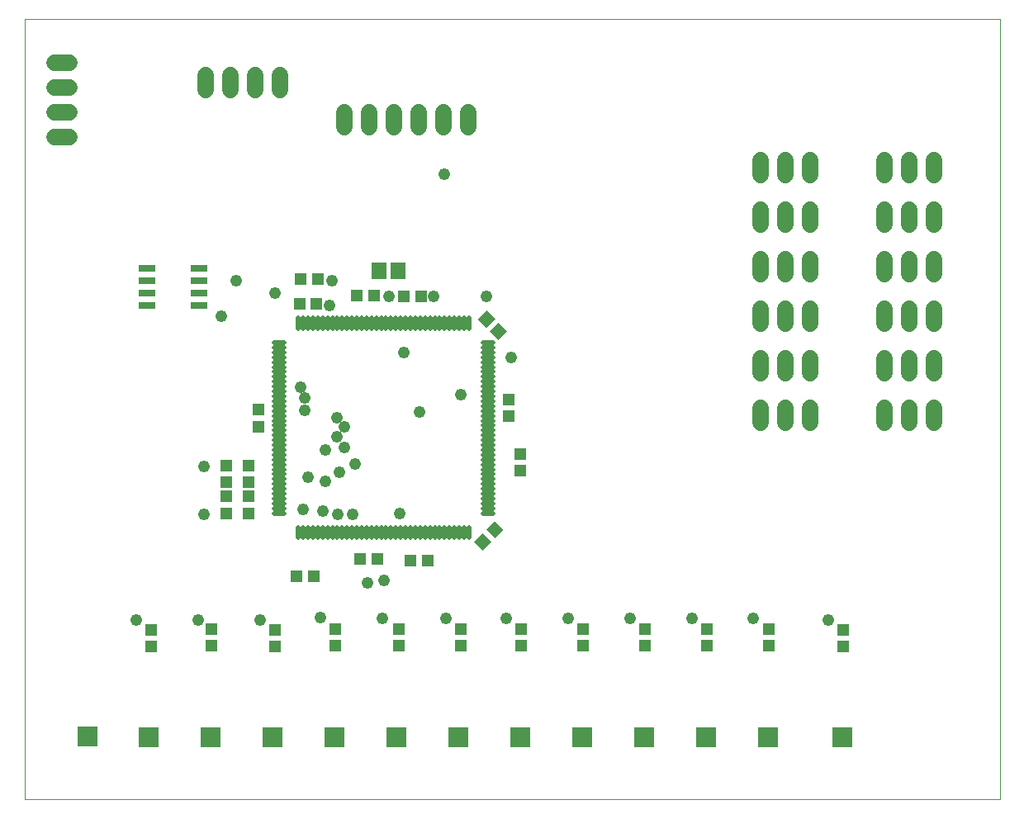
<source format=gts>
G75*
%MOIN*%
%OFA0B0*%
%FSLAX25Y25*%
%IPPOS*%
%LPD*%
%AMOC8*
5,1,8,0,0,1.08239X$1,22.5*
%
%ADD10C,0.00000*%
%ADD11C,0.01942*%
%ADD12R,0.04934X0.05052*%
%ADD13R,0.05052X0.04934*%
%ADD14R,0.05918X0.07099*%
%ADD15R,0.07099X0.03162*%
%ADD16C,0.06737*%
%ADD17C,0.06800*%
%ADD18R,0.05131X0.04737*%
%ADD19C,0.04762*%
%ADD20R,0.07887X0.07887*%
D10*
X0003500Y0001000D02*
X0003500Y0315961D01*
X0397201Y0315961D01*
X0397201Y0001000D01*
X0003500Y0001000D01*
D11*
X0114051Y0106690D02*
X0114051Y0110862D01*
X0116020Y0110862D02*
X0116020Y0106690D01*
X0117988Y0106690D02*
X0117988Y0110862D01*
X0119957Y0110862D02*
X0119957Y0106690D01*
X0121925Y0106690D02*
X0121925Y0110862D01*
X0123894Y0110862D02*
X0123894Y0106690D01*
X0125862Y0106690D02*
X0125862Y0110862D01*
X0127831Y0110862D02*
X0127831Y0106690D01*
X0129799Y0106690D02*
X0129799Y0110862D01*
X0131768Y0110862D02*
X0131768Y0106690D01*
X0133736Y0106690D02*
X0133736Y0110862D01*
X0135705Y0110862D02*
X0135705Y0106690D01*
X0137673Y0106690D02*
X0137673Y0110862D01*
X0139642Y0110862D02*
X0139642Y0106690D01*
X0141610Y0106690D02*
X0141610Y0110862D01*
X0143579Y0110862D02*
X0143579Y0106690D01*
X0145547Y0106690D02*
X0145547Y0110862D01*
X0147516Y0110862D02*
X0147516Y0106690D01*
X0149484Y0106690D02*
X0149484Y0110862D01*
X0151453Y0110862D02*
X0151453Y0106690D01*
X0153421Y0106690D02*
X0153421Y0110862D01*
X0155390Y0110862D02*
X0155390Y0106690D01*
X0157358Y0106690D02*
X0157358Y0110862D01*
X0159327Y0110862D02*
X0159327Y0106690D01*
X0161295Y0106690D02*
X0161295Y0110862D01*
X0163264Y0110862D02*
X0163264Y0106690D01*
X0165232Y0106690D02*
X0165232Y0110862D01*
X0167201Y0110862D02*
X0167201Y0106690D01*
X0169169Y0106690D02*
X0169169Y0110862D01*
X0171138Y0110862D02*
X0171138Y0106690D01*
X0173106Y0106690D02*
X0173106Y0110862D01*
X0175075Y0110862D02*
X0175075Y0106690D01*
X0177043Y0106690D02*
X0177043Y0110862D01*
X0179012Y0110862D02*
X0179012Y0106690D01*
X0180980Y0106690D02*
X0180980Y0110862D01*
X0182949Y0110862D02*
X0182949Y0106690D01*
X0188638Y0116551D02*
X0192810Y0116551D01*
X0192810Y0118520D02*
X0188638Y0118520D01*
X0188638Y0120488D02*
X0192810Y0120488D01*
X0192810Y0122457D02*
X0188638Y0122457D01*
X0188638Y0124425D02*
X0192810Y0124425D01*
X0192810Y0126394D02*
X0188638Y0126394D01*
X0188638Y0128362D02*
X0192810Y0128362D01*
X0192810Y0130331D02*
X0188638Y0130331D01*
X0188638Y0132299D02*
X0192810Y0132299D01*
X0192810Y0134268D02*
X0188638Y0134268D01*
X0188638Y0136236D02*
X0192810Y0136236D01*
X0192810Y0138205D02*
X0188638Y0138205D01*
X0188638Y0140173D02*
X0192810Y0140173D01*
X0192810Y0142142D02*
X0188638Y0142142D01*
X0188638Y0144110D02*
X0192810Y0144110D01*
X0192810Y0146079D02*
X0188638Y0146079D01*
X0188638Y0148047D02*
X0192810Y0148047D01*
X0192810Y0150016D02*
X0188638Y0150016D01*
X0188638Y0151984D02*
X0192810Y0151984D01*
X0192810Y0153953D02*
X0188638Y0153953D01*
X0188638Y0155921D02*
X0192810Y0155921D01*
X0192810Y0157890D02*
X0188638Y0157890D01*
X0188638Y0159858D02*
X0192810Y0159858D01*
X0192810Y0161827D02*
X0188638Y0161827D01*
X0188638Y0163795D02*
X0192810Y0163795D01*
X0192810Y0165764D02*
X0188638Y0165764D01*
X0188638Y0167732D02*
X0192810Y0167732D01*
X0192810Y0169701D02*
X0188638Y0169701D01*
X0188638Y0171669D02*
X0192810Y0171669D01*
X0192810Y0173638D02*
X0188638Y0173638D01*
X0188638Y0175606D02*
X0192810Y0175606D01*
X0192810Y0177575D02*
X0188638Y0177575D01*
X0188638Y0179543D02*
X0192810Y0179543D01*
X0192810Y0181512D02*
X0188638Y0181512D01*
X0188638Y0183480D02*
X0192810Y0183480D01*
X0192810Y0185449D02*
X0188638Y0185449D01*
X0182949Y0191138D02*
X0182949Y0195310D01*
X0180980Y0195310D02*
X0180980Y0191138D01*
X0179012Y0191138D02*
X0179012Y0195310D01*
X0177043Y0195310D02*
X0177043Y0191138D01*
X0175075Y0191138D02*
X0175075Y0195310D01*
X0173106Y0195310D02*
X0173106Y0191138D01*
X0171138Y0191138D02*
X0171138Y0195310D01*
X0169169Y0195310D02*
X0169169Y0191138D01*
X0167201Y0191138D02*
X0167201Y0195310D01*
X0165232Y0195310D02*
X0165232Y0191138D01*
X0163264Y0191138D02*
X0163264Y0195310D01*
X0161295Y0195310D02*
X0161295Y0191138D01*
X0159327Y0191138D02*
X0159327Y0195310D01*
X0157358Y0195310D02*
X0157358Y0191138D01*
X0155390Y0191138D02*
X0155390Y0195310D01*
X0153421Y0195310D02*
X0153421Y0191138D01*
X0151453Y0191138D02*
X0151453Y0195310D01*
X0149484Y0195310D02*
X0149484Y0191138D01*
X0147516Y0191138D02*
X0147516Y0195310D01*
X0145547Y0195310D02*
X0145547Y0191138D01*
X0143579Y0191138D02*
X0143579Y0195310D01*
X0141610Y0195310D02*
X0141610Y0191138D01*
X0139642Y0191138D02*
X0139642Y0195310D01*
X0137673Y0195310D02*
X0137673Y0191138D01*
X0135705Y0191138D02*
X0135705Y0195310D01*
X0133736Y0195310D02*
X0133736Y0191138D01*
X0131768Y0191138D02*
X0131768Y0195310D01*
X0129799Y0195310D02*
X0129799Y0191138D01*
X0127831Y0191138D02*
X0127831Y0195310D01*
X0125862Y0195310D02*
X0125862Y0191138D01*
X0123894Y0191138D02*
X0123894Y0195310D01*
X0121925Y0195310D02*
X0121925Y0191138D01*
X0119957Y0191138D02*
X0119957Y0195310D01*
X0117988Y0195310D02*
X0117988Y0191138D01*
X0116020Y0191138D02*
X0116020Y0195310D01*
X0114051Y0195310D02*
X0114051Y0191138D01*
X0108362Y0185449D02*
X0104190Y0185449D01*
X0104190Y0183480D02*
X0108362Y0183480D01*
X0108362Y0181512D02*
X0104190Y0181512D01*
X0104190Y0179543D02*
X0108362Y0179543D01*
X0108362Y0177575D02*
X0104190Y0177575D01*
X0104190Y0175606D02*
X0108362Y0175606D01*
X0108362Y0173638D02*
X0104190Y0173638D01*
X0104190Y0171669D02*
X0108362Y0171669D01*
X0108362Y0169701D02*
X0104190Y0169701D01*
X0104190Y0167732D02*
X0108362Y0167732D01*
X0108362Y0165764D02*
X0104190Y0165764D01*
X0104190Y0163795D02*
X0108362Y0163795D01*
X0108362Y0161827D02*
X0104190Y0161827D01*
X0104190Y0159858D02*
X0108362Y0159858D01*
X0108362Y0157890D02*
X0104190Y0157890D01*
X0104190Y0155921D02*
X0108362Y0155921D01*
X0108362Y0153953D02*
X0104190Y0153953D01*
X0104190Y0151984D02*
X0108362Y0151984D01*
X0108362Y0150016D02*
X0104190Y0150016D01*
X0104190Y0148047D02*
X0108362Y0148047D01*
X0108362Y0146079D02*
X0104190Y0146079D01*
X0104190Y0144110D02*
X0108362Y0144110D01*
X0108362Y0142142D02*
X0104190Y0142142D01*
X0104190Y0140173D02*
X0108362Y0140173D01*
X0108362Y0138205D02*
X0104190Y0138205D01*
X0104190Y0136236D02*
X0108362Y0136236D01*
X0108362Y0134268D02*
X0104190Y0134268D01*
X0104190Y0132299D02*
X0108362Y0132299D01*
X0108362Y0130331D02*
X0104190Y0130331D01*
X0104190Y0128362D02*
X0108362Y0128362D01*
X0108362Y0126394D02*
X0104190Y0126394D01*
X0104190Y0124425D02*
X0108362Y0124425D01*
X0108362Y0122457D02*
X0104190Y0122457D01*
X0104190Y0120488D02*
X0108362Y0120488D01*
X0108362Y0118520D02*
X0104190Y0118520D01*
X0104190Y0116551D02*
X0108362Y0116551D01*
D12*
X0138969Y0098000D03*
X0145859Y0098000D03*
X0159469Y0097500D03*
X0166359Y0097500D03*
G36*
X0185034Y0105105D02*
X0188523Y0108594D01*
X0192094Y0105023D01*
X0188605Y0101534D01*
X0185034Y0105105D01*
G37*
G36*
X0189906Y0109977D02*
X0193395Y0113466D01*
X0196966Y0109895D01*
X0193477Y0106406D01*
X0189906Y0109977D01*
G37*
X0120359Y0091000D03*
X0113469Y0091000D03*
G36*
X0194895Y0186534D02*
X0191406Y0190023D01*
X0194977Y0193594D01*
X0198466Y0190105D01*
X0194895Y0186534D01*
G37*
G36*
X0190023Y0191406D02*
X0186534Y0194895D01*
X0190105Y0198466D01*
X0193594Y0194977D01*
X0190023Y0191406D01*
G37*
X0163531Y0204000D03*
X0156641Y0204000D03*
X0144531Y0204500D03*
X0137641Y0204500D03*
X0121445Y0201000D03*
X0114555Y0201000D03*
X0115055Y0211000D03*
X0121945Y0211000D03*
D13*
X0098000Y0158359D03*
X0098000Y0151469D03*
X0094000Y0135859D03*
X0094000Y0128969D03*
X0094000Y0123359D03*
X0094000Y0116469D03*
X0085000Y0116469D03*
X0085000Y0123359D03*
X0085000Y0128969D03*
X0085000Y0135859D03*
X0199000Y0155641D03*
X0199000Y0162531D03*
X0203500Y0140531D03*
X0203500Y0133641D03*
D14*
X0154437Y0214500D03*
X0146563Y0214500D03*
D15*
X0073949Y0215500D03*
X0073949Y0210500D03*
X0073949Y0205500D03*
X0073949Y0200500D03*
X0053051Y0200539D03*
X0053051Y0205539D03*
X0053051Y0210539D03*
X0053051Y0215500D03*
D16*
X0076500Y0287531D02*
X0076500Y0293469D01*
X0086500Y0293469D02*
X0086500Y0287531D01*
X0096500Y0287531D02*
X0096500Y0293469D01*
X0106500Y0293469D02*
X0106500Y0287531D01*
D17*
X0132500Y0278500D02*
X0132500Y0272500D01*
X0142500Y0272500D02*
X0142500Y0278500D01*
X0152500Y0278500D02*
X0152500Y0272500D01*
X0162500Y0272500D02*
X0162500Y0278500D01*
X0172500Y0278500D02*
X0172500Y0272500D01*
X0182500Y0272500D02*
X0182500Y0278500D01*
X0300500Y0259000D02*
X0300500Y0253000D01*
X0310500Y0253000D02*
X0310500Y0259000D01*
X0320500Y0259000D02*
X0320500Y0253000D01*
X0320500Y0239000D02*
X0320500Y0233000D01*
X0310500Y0233000D02*
X0310500Y0239000D01*
X0300500Y0239000D02*
X0300500Y0233000D01*
X0300500Y0219000D02*
X0300500Y0213000D01*
X0310500Y0213000D02*
X0310500Y0219000D01*
X0320500Y0219000D02*
X0320500Y0213000D01*
X0320500Y0199000D02*
X0320500Y0193000D01*
X0310500Y0193000D02*
X0310500Y0199000D01*
X0300500Y0199000D02*
X0300500Y0193000D01*
X0300500Y0179000D02*
X0300500Y0173000D01*
X0310500Y0173000D02*
X0310500Y0179000D01*
X0320500Y0179000D02*
X0320500Y0173000D01*
X0320500Y0159000D02*
X0320500Y0153000D01*
X0310500Y0153000D02*
X0310500Y0159000D01*
X0300500Y0159000D02*
X0300500Y0153000D01*
X0350500Y0153000D02*
X0350500Y0159000D01*
X0360500Y0159000D02*
X0360500Y0153000D01*
X0370500Y0153000D02*
X0370500Y0159000D01*
X0370500Y0173000D02*
X0370500Y0179000D01*
X0360500Y0179000D02*
X0360500Y0173000D01*
X0350500Y0173000D02*
X0350500Y0179000D01*
X0350500Y0193000D02*
X0350500Y0199000D01*
X0360500Y0199000D02*
X0360500Y0193000D01*
X0370500Y0193000D02*
X0370500Y0199000D01*
X0370500Y0213000D02*
X0370500Y0219000D01*
X0360500Y0219000D02*
X0360500Y0213000D01*
X0350500Y0213000D02*
X0350500Y0219000D01*
X0350500Y0233000D02*
X0350500Y0239000D01*
X0360500Y0239000D02*
X0360500Y0233000D01*
X0370500Y0233000D02*
X0370500Y0239000D01*
X0370500Y0253000D02*
X0370500Y0259000D01*
X0360500Y0259000D02*
X0360500Y0253000D01*
X0350500Y0253000D02*
X0350500Y0259000D01*
X0021500Y0268500D02*
X0015500Y0268500D01*
X0015500Y0278500D02*
X0021500Y0278500D01*
X0021500Y0288500D02*
X0015500Y0288500D01*
X0015500Y0298500D02*
X0021500Y0298500D01*
D18*
X0054500Y0069346D03*
X0054500Y0062654D03*
X0079000Y0063154D03*
X0079000Y0069846D03*
X0104500Y0069346D03*
X0104500Y0062654D03*
X0129000Y0063154D03*
X0129000Y0069846D03*
X0154500Y0069846D03*
X0154500Y0063154D03*
X0179500Y0063154D03*
X0179500Y0069846D03*
X0204000Y0069846D03*
X0204000Y0063154D03*
X0229000Y0063154D03*
X0229000Y0069846D03*
X0254000Y0069846D03*
X0254000Y0063154D03*
X0279000Y0063154D03*
X0279000Y0069846D03*
X0304000Y0069846D03*
X0304000Y0063154D03*
X0334000Y0062654D03*
X0334000Y0069346D03*
D19*
X0328000Y0073500D03*
X0297500Y0074000D03*
X0273000Y0074000D03*
X0248000Y0074000D03*
X0223000Y0074000D03*
X0198000Y0074000D03*
X0173500Y0074000D03*
X0148000Y0074000D03*
X0142000Y0088500D03*
X0148500Y0089500D03*
X0123000Y0074500D03*
X0098500Y0073500D03*
X0073500Y0073500D03*
X0048500Y0073500D03*
X0076000Y0116000D03*
X0076000Y0135500D03*
X0118000Y0131000D03*
X0125000Y0129500D03*
X0130500Y0133000D03*
X0137000Y0136500D03*
X0132500Y0143000D03*
X0129500Y0147500D03*
X0132500Y0151500D03*
X0129500Y0155000D03*
X0116500Y0158000D03*
X0116500Y0163000D03*
X0115000Y0167500D03*
X0125000Y0142000D03*
X0124000Y0117500D03*
X0130000Y0116000D03*
X0136000Y0116000D03*
X0155000Y0116500D03*
X0116000Y0118000D03*
X0163000Y0157500D03*
X0179500Y0164500D03*
X0200000Y0179500D03*
X0190000Y0204000D03*
X0168500Y0204000D03*
X0150500Y0204000D03*
X0127500Y0210500D03*
X0126500Y0200500D03*
X0104500Y0205500D03*
X0089000Y0210500D03*
X0083000Y0196000D03*
X0156500Y0181500D03*
X0173000Y0253500D03*
D20*
X0178500Y0026000D03*
X0153500Y0026000D03*
X0128500Y0026000D03*
X0103500Y0026000D03*
X0078500Y0026000D03*
X0053500Y0026000D03*
X0029000Y0026500D03*
X0203500Y0026000D03*
X0228500Y0026000D03*
X0253500Y0026000D03*
X0278500Y0026000D03*
X0303500Y0026000D03*
X0333500Y0026000D03*
M02*

</source>
